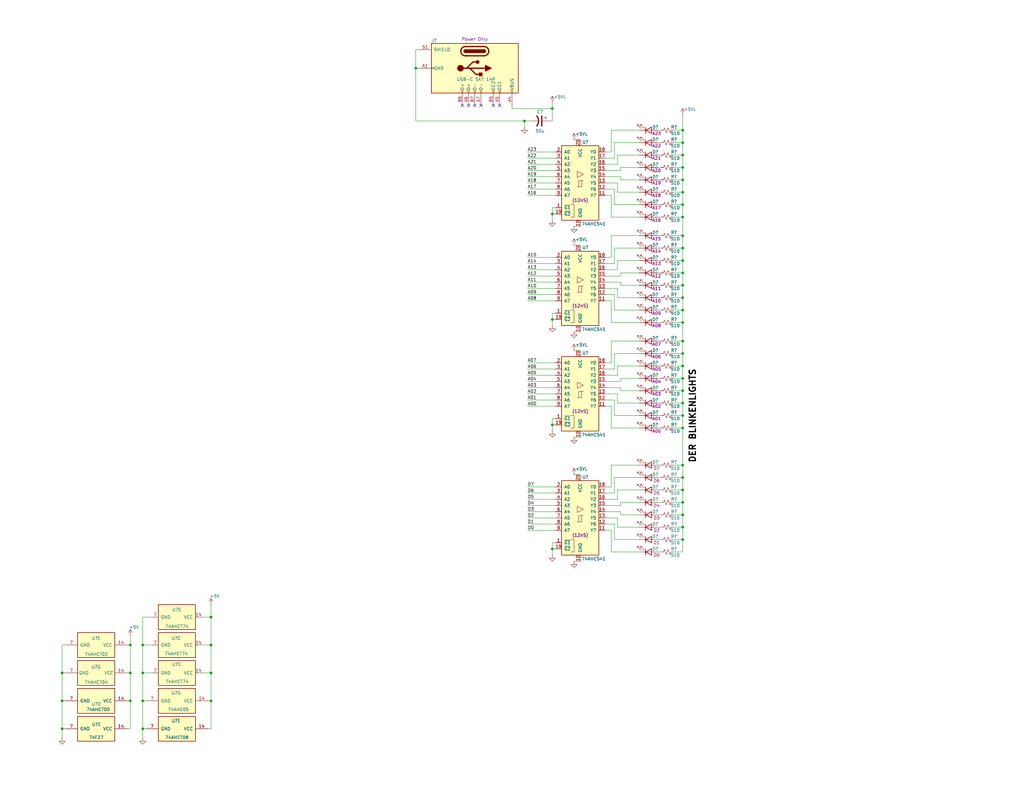
<source format=kicad_sch>
(kicad_sch (version 20250114) (generator "eeschema") (generator_version "9.0")
  (paper "User" 419.1 323.85)
  (title_block (title "Z80 Debug - Der Blinkenlights & Pwr") (date "2025-10-18") (rev "PR-1.4") (company "SilkyDESIGN") (comment 1 "Copyright 2025 AESilky") (comment 4 "ADDR & DATA LEDS OPTIONAL (Power via USB-C)"))
  (lib_symbols
    (symbol "74xx:74LS00" (pin_names (offset 1.016))
      (property "Reference" "U" (at 0 1.27 0))
      (property "Value" "74LS00" (at 0 -1.27 0))
      (symbol "74LS00_1_1"
        (pin input line (at -7.62 2.54 0) (length 3.81) (name "~") (number "1"))
        (pin input line (at -7.62 -2.54 0) (length 3.81) (name "~") (number "2"))
        (pin output inverted (at 7.62 0 180) (length 3.81) (name "~") (number "3"))
      )
      (symbol "74LS00_1_2"
        (pin input inverted (at -7.62 2.54 0) (length 4.318) (name "~") (number "1"))
        (pin input inverted (at -7.62 -2.54 0) (length 4.318) (name "~") (number "2"))
        (pin output line (at 7.62 0 180) (length 3.81) (name "~") (number "3"))
      )
      (symbol "74LS00_2_1"
        (pin input line (at -7.62 2.54 0) (length 3.81) (name "~") (number "4"))
        (pin input line (at -7.62 -2.54 0) (length 3.81) (name "~") (number "5"))
        (pin output inverted (at 7.62 0 180) (length 3.81) (name "~") (number "6"))
      )
      (symbol "74LS00_2_2"
        (pin input inverted (at -7.62 2.54 0) (length 4.318) (name "~") (number "4"))
        (pin input inverted (at -7.62 -2.54 0) (length 4.318) (name "~") (number "5"))
        (pin output line (at 7.62 0 180) (length 3.81) (name "~") (number "6"))
      )
      (symbol "74LS00_3_1"
        (pin input line (at -7.62 2.54 0) (length 3.81) (name "~") (number "9"))
        (pin input line (at -7.62 -2.54 0) (length 3.81) (name "~") (number "10"))
        (pin output inverted (at 7.62 0 180) (length 3.81) (name "~") (number "8"))
      )
      (symbol "74LS00_3_2"
        (pin input inverted (at -7.62 2.54 0) (length 4.318) (name "~") (number "9"))
        (pin input inverted (at -7.62 -2.54 0) (length 4.318) (name "~") (number "10"))
        (pin output line (at 7.62 0 180) (length 3.81) (name "~") (number "8"))
      )
      (symbol "74LS00_4_1"
        (pin input line (at -7.62 2.54 0) (length 3.81) (name "~") (number "12"))
        (pin input line (at -7.62 -2.54 0) (length 3.81) (name "~") (number "13"))
        (pin output inverted (at 7.62 0 180) (length 3.81) (name "~") (number "11"))
      )
      (symbol "74LS00_4_2"
        (pin input inverted (at -7.62 2.54 0) (length 4.318) (name "~") (number "12"))
        (pin input inverted (at -7.62 -2.54 0) (length 4.318) (name "~") (number "13"))
        (pin output line (at 7.62 0 180) (length 3.81) (name "~") (number "11"))
      )
      (symbol "74LS00_5_0"
        (pin power_in line (at 0 12.7 270) (length 5.08) (name "VCC") (number "14"))
        (pin power_in line (at 0 -12.7 90) (length 5.08) (name "GND") (number "7"))
      )
    )
    (symbol "74xx:74LS02" (pin_names (offset 1.016))
      (property "Reference" "U" (at 0 1.27 0))
      (property "Value" "74LS02" (at 0 -1.27 0))
      (symbol "74LS02_1_1"
        (pin input line (at -7.62 2.54 0) (length 4.318) (name "~") (number "2"))
        (pin input line (at -7.62 -2.54 0) (length 4.318) (name "~") (number "3"))
        (pin output inverted (at 7.62 0 180) (length 3.81) (name "~") (number "1"))
      )
      (symbol "74LS02_1_2"
        (pin input inverted (at -7.62 2.54 0) (length 3.81) (name "~") (number "2"))
        (pin input inverted (at -7.62 -2.54 0) (length 3.81) (name "~") (number "3"))
        (pin output line (at 7.62 0 180) (length 3.81) (name "~") (number "1"))
      )
      (symbol "74LS02_2_1"
        (pin input line (at -7.62 2.54 0) (length 4.318) (name "~") (number "5"))
        (pin input line (at -7.62 -2.54 0) (length 4.318) (name "~") (number "6"))
        (pin output inverted (at 7.62 0 180) (length 3.81) (name "~") (number "4"))
      )
      (symbol "74LS02_2_2"
        (pin input inverted (at -7.62 2.54 0) (length 3.81) (name "~") (number "5"))
        (pin input inverted (at -7.62 -2.54 0) (length 3.81) (name "~") (number "6"))
        (pin output line (at 7.62 0 180) (length 3.81) (name "~") (number "4"))
      )
      (symbol "74LS02_3_1"
        (pin input line (at -7.62 2.54 0) (length 4.318) (name "~") (number "8"))
        (pin input line (at -7.62 -2.54 0) (length 4.318) (name "~") (number "9"))
        (pin output inverted (at 7.62 0 180) (length 3.81) (name "~") (number "10"))
      )
      (symbol "74LS02_3_2"
        (pin input inverted (at -7.62 2.54 0) (length 3.81) (name "~") (number "8"))
        (pin input inverted (at -7.62 -2.54 0) (length 3.81) (name "~") (number "9"))
        (pin output line (at 7.62 0 180) (length 3.81) (name "~") (number "10"))
      )
      (symbol "74LS02_4_1"
        (pin input line (at -7.62 2.54 0) (length 4.318) (name "~") (number "11"))
        (pin input line (at -7.62 -2.54 0) (length 4.318) (name "~") (number "12"))
        (pin output inverted (at 7.62 0 180) (length 3.81) (name "~") (number "13"))
      )
      (symbol "74LS02_4_2"
        (pin input inverted (at -7.62 2.54 0) (length 3.81) (name "~") (number "11"))
        (pin input inverted (at -7.62 -2.54 0) (length 3.81) (name "~") (number "12"))
        (pin output line (at 7.62 0 180) (length 3.81) (name "~") (number "13"))
      )
      (symbol "74LS02_5_0"
        (pin power_in line (at 0 12.7 270) (length 5.08) (name "VCC") (number "14"))
        (pin power_in line (at 0 -12.7 90) (length 5.08) (name "GND") (number "7"))
      )
    )
    (symbol "74xx:74LS08" (pin_names (offset 1.016))
      (property "Reference" "U" (at 0 1.27 0))
      (property "Value" "74LS08" (at 0 -1.27 0))
      (symbol "74LS08_1_1"
        (pin input line (at -7.62 2.54 0) (length 3.81) (name "~") (number "1"))
        (pin input line (at -7.62 -2.54 0) (length 3.81) (name "~") (number "2"))
        (pin output line (at 7.62 0 180) (length 3.81) (name "~") (number "3"))
      )
      (symbol "74LS08_1_2"
        (pin input inverted (at -7.62 2.54 0) (length 4.318) (name "~") (number "1"))
        (pin input inverted (at -7.62 -2.54 0) (length 4.318) (name "~") (number "2"))
        (pin output inverted (at 7.62 0 180) (length 3.81) (name "~") (number "3"))
      )
      (symbol "74LS08_2_1"
        (pin input line (at -7.62 2.54 0) (length 3.81) (name "~") (number "4"))
        (pin input line (at -7.62 -2.54 0) (length 3.81) (name "~") (number "5"))
        (pin output line (at 7.62 0 180) (length 3.81) (name "~") (number "6"))
      )
      (symbol "74LS08_2_2"
        (pin input inverted (at -7.62 2.54 0) (length 4.318) (name "~") (number "4"))
        (pin input inverted (at -7.62 -2.54 0) (length 4.318) (name "~") (number "5"))
        (pin output inverted (at 7.62 0 180) (length 3.81) (name "~") (number "6"))
      )
      (symbol "74LS08_3_1"
        (pin input line (at -7.62 2.54 0) (length 3.81) (name "~") (number "9"))
        (pin input line (at -7.62 -2.54 0) (length 3.81) (name "~") (number "10"))
        (pin output line (at 7.62 0 180) (length 3.81) (name "~") (number "8"))
      )
      (symbol "74LS08_3_2"
        (pin input inverted (at -7.62 2.54 0) (length 4.318) (name "~") (number "9"))
        (pin input inverted (at -7.62 -2.54 0) (length 4.318) (name "~") (number "10"))
        (pin output inverted (at 7.62 0 180) (length 3.81) (name "~") (number "8"))
      )
      (symbol "74LS08_4_1"
        (pin input line (at -7.62 2.54 0) (length 3.81) (name "~") (number "12"))
        (pin input line (at -7.62 -2.54 0) (length 3.81) (name "~") (number "13"))
        (pin output line (at 7.62 0 180) (length 3.81) (name "~") (number "11"))
      )
      (symbol "74LS08_4_2"
        (pin input inverted (at -7.62 2.54 0) (length 4.318) (name "~") (number "12"))
        (pin input inverted (at -7.62 -2.54 0) (length 4.318) (name "~") (number "13"))
        (pin output inverted (at 7.62 0 180) (length 3.81) (name "~") (number "11"))
      )
      (symbol "74LS08_5_0"
        (pin power_in line (at 0 12.7 270) (length 5.08) (name "VCC") (number "14"))
        (pin power_in line (at 0 -12.7 90) (length 5.08) (name "GND") (number "7"))
      )
    )
    (symbol "74xx:74LS27" (pin_names (offset 1.016))
      (property "Reference" "U" (at 0 1.27 0))
      (property "Value" "74LS27" (at 0 -1.27 0))
      (symbol "74LS27_1_1"
        (pin input line (at -7.62 2.54 0) (length 4.318) (name "~") (number "1"))
        (pin input line (at -7.62 0 0) (length 4.953) (name "~") (number "2"))
        (pin input line (at -7.62 -2.54 0) (length 4.318) (name "~") (number "13"))
        (pin output inverted (at 7.62 0 180) (length 3.81) (name "~") (number "12"))
      )
      (symbol "74LS27_1_2"
        (pin input inverted (at -7.62 2.54 0) (length 3.81) (name "~") (number "1"))
        (pin input inverted (at -7.62 0 0) (length 3.81) (name "~") (number "2"))
        (pin input inverted (at -7.62 -2.54 0) (length 3.81) (name "~") (number "13"))
        (pin output line (at 7.62 0 180) (length 3.81) (name "~") (number "12"))
      )
      (symbol "74LS27_2_1"
        (pin input line (at -7.62 2.54 0) (length 4.318) (name "~") (number "3"))
        (pin input line (at -7.62 0 0) (length 4.953) (name "~") (number "4"))
        (pin input line (at -7.62 -2.54 0) (length 4.318) (name "~") (number "5"))
        (pin output inverted (at 7.62 0 180) (length 3.81) (name "~") (number "6"))
      )
      (symbol "74LS27_2_2"
        (pin input inverted (at -7.62 2.54 0) (length 3.81) (name "~") (number "3"))
        (pin input inverted (at -7.62 0 0) (length 3.81) (name "~") (number "4"))
        (pin input inverted (at -7.62 -2.54 0) (length 3.81) (name "~") (number "5"))
        (pin output line (at 7.62 0 180) (length 3.81) (name "~") (number "6"))
      )
      (symbol "74LS27_3_1"
        (pin input line (at -7.62 2.54 0) (length 4.318) (name "~") (number "9"))
        (pin input line (at -7.62 0 0) (length 4.953) (name "~") (number "10"))
        (pin input line (at -7.62 -2.54 0) (length 4.318) (name "~") (number "11"))
        (pin output inverted (at 7.62 0 180) (length 3.81) (name "~") (number "8"))
      )
      (symbol "74LS27_3_2"
        (pin input inverted (at -7.62 2.54 0) (length 3.81) (name "~") (number "9"))
        (pin input inverted (at -7.62 0 0) (length 3.81) (name "~") (number "10"))
        (pin input inverted (at -7.62 -2.54 0) (length 3.81) (name "~") (number "11"))
        (pin output line (at 7.62 0 180) (length 3.81) (name "~") (number "8"))
      )
      (symbol "74LS27_4_0"
        (pin power_in line (at 0 12.7 270) (length 5.08) (name "VCC") (number "14"))
        (pin power_in line (at 0 -12.7 90) (length 5.08) (name "GND") (number "7"))
      )
    )
    (symbol "74xx:74LS74" (pin_names (offset 1.016))
      (property "Reference" "U" (at -7.62 8.89 0))
      (property "Value" "74LS74" (at -7.62 -8.89 0))
      (symbol "74LS74_1_0"
        (pin input line (at -7.62 2.54 0) (length 2.54) (name "D") (number "2"))
        (pin input clock (at -7.62 0 0) (length 2.54) (name "C") (number "3"))
        (pin input line (at 0 7.62 270) (length 2.54) (name "~{S}") (number "4"))
        (pin input line (at 0 -7.62 90) (length 2.54) (name "~{R}") (number "1"))
        (pin output line (at 7.62 2.54 180) (length 2.54) (name "Q") (number "5"))
        (pin output line (at 7.62 -2.54 180) (length 2.54) (name "~{Q}") (number "6"))
      )
      (symbol "74LS74_2_0"
        (pin input line (at -7.62 2.54 0) (length 2.54) (name "D") (number "12"))
        (pin input clock (at -7.62 0 0) (length 2.54) (name "C") (number "11"))
        (pin input line (at 0 7.62 270) (length 2.54) (name "~{S}") (number "10"))
        (pin input line (at 0 -7.62 90) (length 2.54) (name "~{R}") (number "13"))
        (pin output line (at 7.62 2.54 180) (length 2.54) (name "Q") (number "9"))
        (pin output line (at 7.62 -2.54 180) (length 2.54) (name "~{Q}") (number "8"))
      )
      (symbol "74LS74_3_0"
        (pin power_in line (at 0 10.16 270) (length 2.54) (name "VCC") (number "14"))
        (pin power_in line (at 0 -10.16 90) (length 2.54) (name "GND") (number "7"))
      )
    )
    (symbol "AES_Library:7404-AES"
      (property "Reference" "U" (at -2.286 -0.254 0))
      (property "Value" "7404" (at -1.016 -3.302 0))
      (symbol "7404-AES_1_1"
        (pin input line (at -6.35 0 0) (length 2.54) (name "~") (number "1"))
        (pin output inverted (at 6.35 0 180) (length 2.54) (name "~") (number "2"))
      )
      (symbol "7404-AES_1_2"
        (pin input inverted (at -6.35 0 0) (length 2.54) (name "~") (number "1"))
        (pin output line (at 6.35 0 180) (length 2.54) (name "~") (number "2"))
      )
      (symbol "7404-AES_2_1"
        (pin input line (at -6.35 0 0) (length 2.54) (name "~") (number "3"))
        (pin output inverted (at 6.35 0 180) (length 2.54) (name "~") (number "4"))
      )
      (symbol "7404-AES_2_2"
        (pin input inverted (at -6.35 0 0) (length 2.54) (name "~") (number "3"))
        (pin output line (at 6.35 0 180) (length 2.54) (name "~") (number "4"))
      )
      (symbol "7404-AES_3_1"
        (pin input line (at -6.35 0 0) (length 2.54) (name "~") (number "5"))
        (pin output inverted (at 6.35 0 180) (length 2.54) (name "~") (number "6"))
      )
      (symbol "7404-AES_3_2"
        (pin input inverted (at -6.35 0 0) (length 2.54) (name "~") (number "5"))
        (pin output line (at 6.35 0 180) (length 2.54) (name "~") (number "6"))
      )
      (symbol "7404-AES_4_1"
        (pin input line (at -6.35 0 0) (length 2.54) (name "~") (number "9"))
        (pin output inverted (at 6.35 0 180) (length 2.54) (name "~") (number "8"))
      )
      (symbol "7404-AES_4_2"
        (pin input inverted (at -6.35 0 0) (length 2.54) (name "~") (number "9"))
        (pin output line (at 6.35 0 180) (length 2.54) (name "~") (number "8"))
      )
      (symbol "7404-AES_5_1"
        (pin input line (at -6.35 0 0) (length 2.54) (name "~") (number "11"))
        (pin output inverted (at 6.35 0 180) (length 2.54) (name "~") (number "10"))
      )
      (symbol "7404-AES_5_2"
        (pin input inverted (at -6.35 0 0) (length 2.54) (name "~") (number "11"))
        (pin output line (at 6.35 0 180) (length 2.54) (name "~") (number "10"))
      )
      (symbol "7404-AES_6_1"
        (pin input line (at -6.35 0 0) (length 2.54) (name "~") (number "13"))
        (pin output inverted (at 6.35 0 180) (length 2.54) (name "~") (number "12"))
      )
      (symbol "7404-AES_6_2"
        (pin input inverted (at -6.35 0 0) (length 2.54) (name "~") (number "13"))
        (pin output line (at 6.35 0 180) (length 2.54) (name "~") (number "12"))
      )
      (symbol "7404-AES_7_0"
        (pin power_in line (at 0 12.7 270) (length 5.08) (name "VCC") (number "14"))
        (pin power_in line (at 0 -12.7 90) (length 5.08) (name "GND") (number "7"))
      )
    )
    (symbol "AES_Library:7405-AES" (pin_names (offset 1.016))
      (property "Reference" "U" (at -0.762 0 0))
      (property "Value" "7405" (at 1.27 -3.556 0))
      (symbol "7405-AES_1_0"
        (pin input line (at -7.62 0 0) (length 3.81) (name "~") (number "1"))
        (pin open_collector inverted (at 7.62 0 180) (length 3.81) (name "~") (number "2"))
      )
      (symbol "7405-AES_2_0"
        (pin input line (at -7.62 0 0) (length 3.81) (name "~") (number "3"))
        (pin open_collector inverted (at 7.62 0 180) (length 3.81) (name "~") (number "4"))
      )
      (symbol "7405-AES_3_0"
        (pin input line (at -7.62 0 0) (length 3.81) (name "~") (number "5"))
        (pin open_collector inverted (at 7.62 0 180) (length 3.81) (name "~") (number "6"))
      )
      (symbol "7405-AES_4_0"
        (pin input line (at -7.62 0 0) (length 3.81) (name "~") (number "9"))
        (pin open_collector inverted (at 7.62 0 180) (length 3.81) (name "~") (number "8"))
      )
      (symbol "7405-AES_5_0"
        (pin input line (at -7.62 0 0) (length 3.81) (name "~") (number "11"))
        (pin open_collector inverted (at 7.62 0 180) (length 3.81) (name "~") (number "10"))
      )
      (symbol "7405-AES_6_0"
        (pin input line (at -7.62 0 0) (length 3.81) (name "~") (number "13"))
        (pin open_collector inverted (at 7.62 0 180) (length 3.81) (name "~") (number "12"))
      )
      (symbol "7405-AES_7_0"
        (pin power_in line (at 0 12.7 270) (length 5.08) (name "VCC") (number "14"))
        (pin power_in line (at 0 -12.7 90) (length 5.08) (name "GND") (number "7"))
      )
    )
    (symbol "AES_Library:74AHC541-AES" (pin_names (offset 1.016))
      (property "Reference" "U" (at 1.016 16.51 0))
      (property "Value" "74AHC541-AES" (at 0.762 -16.51 0))
      (symbol "74AHC541-AES_1_0"
        (pin input line (at -10.16 12.7 0) (length 2.54) (name "A0") (number "2"))
        (pin input line (at -10.16 10.16 0) (length 2.54) (name "A1") (number "3"))
        (pin input line (at -10.16 7.62 0) (length 2.54) (name "A2") (number "4"))
        (pin input line (at -10.16 5.08 0) (length 2.54) (name "A3") (number "5"))
        (pin input line (at -10.16 2.54 0) (length 2.54) (name "A4") (number "6"))
        (pin input line (at -10.16 0 0) (length 2.54) (name "A5") (number "7"))
        (pin input line (at -10.16 -2.54 0) (length 2.54) (name "A6") (number "8"))
        (pin input line (at -10.16 -5.08 0) (length 2.54) (name "A7") (number "9"))
        (pin input line (at -10.16 -10.16 0) (length 2.54) (name "~{G1}") (number "1"))
        (pin input line (at -10.16 -12.7 0) (length 2.54) (name "~{G2}") (number "19"))
        (pin power_in line (at 0 17.78 270) (length 2.54) (name "VCC") (number "20"))
        (pin power_in line (at 0 -17.78 90) (length 2.54) (name "GND") (number "10"))
        (pin tri_state line (at 10.16 12.7 180) (length 2.54) (name "Y0") (number "18"))
        (pin tri_state line (at 10.16 10.16 180) (length 2.54) (name "Y1") (number "17"))
        (pin tri_state line (at 10.16 7.62 180) (length 2.54) (name "Y2") (number "16"))
        (pin tri_state line (at 10.16 5.08 180) (length 2.54) (name "Y3") (number "15"))
        (pin tri_state line (at 10.16 2.54 180) (length 2.54) (name "Y4") (number "14"))
        (pin tri_state line (at 10.16 0 180) (length 2.54) (name "Y5") (number "13"))
        (pin tri_state line (at 10.16 -2.54 180) (length 2.54) (name "Y6") (number "12"))
        (pin tri_state line (at 10.16 -5.08 180) (length 2.54) (name "Y7") (number "11"))
      )
    )
    (symbol "Connector:USB_C_Receptacle_USB2.0_14P" (pin_names (offset 1.016))
      (property "Reference" "J" (at 0 22.225 0))
      (property "Value" "USB_C_Receptacle_USB2.0_14P" (at 0 19.685 0))
      (symbol "USB_C_Receptacle_USB2.0_14P_1_1"
        (pin passive line (at -7.62 -22.86 90) (length 5.08) (name "SHIELD") (number "S1"))
        (pin passive line (at 0 -22.86 90) (length 5.08) (name "GND") (number "A1"))
        (pin passive line (at 0 -22.86 90) (length 5.08) (hide yes) (name "GND") (number "A12"))
        (pin passive line (at 0 -22.86 90) (length 5.08) (hide yes) (name "GND") (number "B1"))
        (pin passive line (at 0 -22.86 90) (length 5.08) (hide yes) (name "GND") (number "B12"))
        (pin passive line (at 15.24 15.24 180) (length 5.08) (name "VBUS") (number "A4"))
        (pin passive line (at 15.24 15.24 180) (length 5.08) (hide yes) (name "VBUS") (number "A9"))
        (pin passive line (at 15.24 15.24 180) (length 5.08) (hide yes) (name "VBUS") (number "B4"))
        (pin passive line (at 15.24 15.24 180) (length 5.08) (hide yes) (name "VBUS") (number "B9"))
        (pin bidirectional line (at 15.24 10.16 180) (length 5.08) (name "CC1") (number "A5"))
        (pin bidirectional line (at 15.24 7.62 180) (length 5.08) (name "CC2") (number "B5"))
        (pin bidirectional line (at 15.24 2.54 180) (length 5.08) (name "D-") (number "A7"))
        (pin bidirectional line (at 15.24 0 180) (length 5.08) (name "D-") (number "B7"))
        (pin bidirectional line (at 15.24 -2.54 180) (length 5.08) (name "D+") (number "A6"))
        (pin bidirectional line (at 15.24 -5.08 180) (length 5.08) (name "D+") (number "B6"))
      )
    )
    (symbol "Device:C_Polarized_US" (pin_numbers (hide yes)) (pin_names (offset 0.254) (hide yes))
      (property "Reference" "C" (at 0.635 2.54 0))
      (property "Value" "C_Polarized_US" (at 0.635 -2.54 0))
      (symbol "C_Polarized_US_1_1"
        (pin passive line (at 0 3.81 270) (length 2.794) (name "~") (number "1"))
        (pin passive line (at 0 -3.81 90) (length 3.302) (name "~") (number "2"))
      )
    )
    (symbol "Device:LED" (pin_numbers (hide yes)) (pin_names (offset 1.016) (hide yes))
      (property "Reference" "D" (at 0 2.54 0))
      (property "Value" "LED" (at 0 -2.54 0))
      (symbol "LED_1_1"
        (pin passive line (at -3.81 0 0) (length 2.54) (name "K") (number "1"))
        (pin passive line (at 3.81 0 180) (length 2.54) (name "A") (number "2"))
      )
    )
    (symbol "Device:R_Small_US" (pin_numbers (hide yes)) (pin_names (offset 0.254) (hide yes))
      (property "Reference" "R" (at 0.762 0.508 0))
      (property "Value" "R_Small_US" (at 0.762 -1.016 0))
      (symbol "R_Small_US_1_1"
        (pin passive line (at 0 2.54 270) (length 1.016) (name "~") (number "1"))
        (pin passive line (at 0 -2.54 90) (length 1.016) (name "~") (number "2"))
      )
    )
    (symbol "power:+5V" (power) (pin_numbers (hide yes)) (pin_names (offset 0) (hide yes))
      (property "Value" "+5V" (at 0 3.556 0))
      (symbol "+5V_1_1"
        (pin power_in line (at 0 0 90) (length 0) (name "~") (number "1"))
      )
    )
    (symbol "power:+5VL" (power) (pin_numbers (hide yes)) (pin_names (offset 0) (hide yes))
      (property "Value" "+5VL" (at 0 3.556 0))
      (symbol "+5VL_1_1"
        (pin power_in line (at 0 0 90) (length 0) (name "~") (number "1"))
      )
    )
    (symbol "power:GND" (power) (pin_numbers (hide yes)) (pin_names (offset 0) (hide yes))
      (property "Value" "GND" (at 0 -3.81 0))
      (symbol "GND_1_1"
        (pin power_in line (at 0 0 270) (length 0) (name "~") (number "1"))
      )
    )
  )
  (text "DER BLINKENLIGHTS" (at 283.464 170.434 90) (effects (font (size 2.54 2.54) (thickness 0.508) (bold yes))))
  (junction (at 279.4 215.9))
  (junction (at 279.4 190.5))
  (junction (at 279.4 106.68))
  (junction (at 226.06 130.81))
  (junction (at 279.4 96.52))
  (junction (at 279.4 127))
  (junction (at 279.4 116.84))
  (junction (at 279.4 58.42))
  (junction (at 279.4 165.1))
  (junction (at 86.36 264.16))
  (junction (at 86.36 275.59))
  (junction (at 279.4 154.94))
  (junction (at 226.06 224.79))
  (junction (at 279.4 195.58))
  (junction (at 170.18 27.94))
  (junction (at 279.4 220.98))
  (junction (at 86.36 287.02))
  (junction (at 279.4 210.82))
  (junction (at 226.06 44.45))
  (junction (at 279.4 101.6))
  (junction (at 279.4 149.86))
  (junction (at 279.4 200.66))
  (junction (at 279.4 144.78))
  (junction (at 279.4 63.5))
  (junction (at 53.34 275.59))
  (junction (at 58.42 264.16))
  (junction (at 279.4 205.74))
  (junction (at 279.4 88.9))
  (junction (at 279.4 139.7))
  (junction (at 53.34 287.02))
  (junction (at 214.63 49.53))
  (junction (at 25.4 298.45))
  (junction (at 226.06 87.63))
  (junction (at 25.4 275.59))
  (junction (at 25.4 287.02))
  (junction (at 279.4 73.66))
  (junction (at 86.36 252.73))
  (junction (at 279.4 175.26))
  (junction (at 226.06 173.99))
  (junction (at 279.4 160.02))
  (junction (at 279.4 132.08))
  (junction (at 58.42 275.59))
  (junction (at 279.4 111.76))
  (junction (at 58.42 298.45))
  (junction (at 53.34 264.16))
  (junction (at 279.4 170.18))
  (junction (at 279.4 83.82))
  (junction (at 58.42 287.02))
  (junction (at 279.4 68.58))
  (junction (at 279.4 78.74))
  (junction (at 279.4 53.34))
  (junction (at 279.4 121.92))
  (no_connect (at 191.77 43.18))
  (no_connect (at 194.31 43.18))
  (no_connect (at 189.23 43.18))
  (no_connect (at 201.93 43.18))
  (no_connect (at 204.47 43.18))
  (no_connect (at 196.85 43.18))
  (wire (pts (xy 251.46 195.58) (xy 261.62 195.58)))
  (wire (pts (xy 269.24 144.78) (xy 270.51 144.78)))
  (wire (pts (xy 269.24 175.26) (xy 270.51 175.26)))
  (wire (pts (xy 250.19 217.17) (xy 250.19 226.06)))
  (wire (pts (xy 269.24 190.5) (xy 270.51 190.5)))
  (wire (pts (xy 251.46 170.18) (xy 261.62 170.18)))
  (wire (pts (xy 279.4 195.58) (xy 279.4 200.66)))
  (wire (pts (xy 86.36 252.73) (xy 86.36 264.16)))
  (wire (pts (xy 226.06 171.45) (xy 226.06 173.99)))
  (wire (pts (xy 269.24 149.86) (xy 270.51 149.86)))
  (wire (pts (xy 247.65 67.31) (xy 252.73 67.31)))
  (wire (pts (xy 275.59 73.66) (xy 279.4 73.66)))
  (wire (pts (xy 254 111.76) (xy 261.62 111.76)))
  (wire (pts (xy 247.65 199.39) (xy 250.19 199.39)))
  (wire (pts (xy 250.19 62.23) (xy 250.19 53.34)))
  (wire (pts (xy 254 158.75) (xy 254 160.02)))
  (wire (pts (xy 251.46 77.47) (xy 251.46 83.82)))
  (wire (pts (xy 171.45 20.32) (xy 170.18 20.32)))
  (wire (pts (xy 247.65 120.65) (xy 251.46 120.65)))
  (wire (pts (xy 254 156.21) (xy 254 154.94)))
  (wire (pts (xy 275.59 101.6) (xy 279.4 101.6)))
  (wire (pts (xy 254 209.55) (xy 254 210.82)))
  (wire (pts (xy 226.06 173.99) (xy 227.33 173.99)))
  (wire (pts (xy 247.65 212.09) (xy 252.73 212.09)))
  (wire (pts (xy 215.9 163.83) (xy 227.33 163.83)))
  (wire (pts (xy 247.65 158.75) (xy 254 158.75)))
  (wire (pts (xy 275.59 175.26) (xy 279.4 175.26)))
  (wire (pts (xy 86.36 247.65) (xy 86.36 252.73)))
  (wire (pts (xy 251.46 83.82) (xy 261.62 83.82)))
  (wire (pts (xy 254 160.02) (xy 261.62 160.02)))
  (wire (pts (xy 252.73 106.68) (xy 261.62 106.68)))
  (wire (pts (xy 215.9 69.85) (xy 227.33 69.85)))
  (wire (pts (xy 247.65 77.47) (xy 251.46 77.47)))
  (wire (pts (xy 279.4 127) (xy 279.4 132.08)))
  (wire (pts (xy 215.9 77.47) (xy 227.33 77.47)))
  (wire (pts (xy 269.24 165.1) (xy 270.51 165.1)))
  (wire (pts (xy 252.73 204.47) (xy 252.73 200.66)))
  (wire (pts (xy 250.19 88.9) (xy 261.62 88.9)))
  (wire (pts (xy 275.59 139.7) (xy 279.4 139.7)))
  (wire (pts (xy 52.07 275.59) (xy 53.34 275.59)))
  (wire (pts (xy 215.9 67.31) (xy 227.33 67.31)))
  (wire (pts (xy 279.4 83.82) (xy 279.4 88.9)))
  (wire (pts (xy 275.59 215.9) (xy 279.4 215.9)))
  (wire (pts (xy 279.4 210.82) (xy 279.4 215.9)))
  (wire (pts (xy 58.42 298.45) (xy 59.69 298.45)))
  (wire (pts (xy 279.4 170.18) (xy 279.4 175.26)))
  (wire (pts (xy 279.4 111.76) (xy 279.4 116.84)))
  (wire (pts (xy 250.19 80.01) (xy 250.19 88.9)))
  (wire (pts (xy 250.19 166.37) (xy 250.19 175.26)))
  (wire (pts (xy 209.55 43.18) (xy 209.55 44.45)))
  (wire (pts (xy 215.9 151.13) (xy 227.33 151.13)))
  (wire (pts (xy 269.24 215.9) (xy 270.51 215.9)))
  (wire (pts (xy 247.65 115.57) (xy 254 115.57)))
  (wire (pts (xy 58.42 264.16) (xy 58.42 275.59)))
  (wire (pts (xy 214.63 49.53) (xy 217.17 49.53)))
  (wire (pts (xy 275.59 96.52) (xy 279.4 96.52)))
  (wire (pts (xy 226.06 224.79) (xy 226.06 227.33)))
  (wire (pts (xy 251.46 214.63) (xy 251.46 220.98)))
  (wire (pts (xy 279.4 200.66) (xy 279.4 205.74)))
  (wire (pts (xy 251.46 101.6) (xy 261.62 101.6)))
  (wire (pts (xy 224.79 49.53) (xy 226.06 49.53)))
  (wire (pts (xy 269.24 226.06) (xy 270.51 226.06)))
  (wire (pts (xy 247.65 156.21) (xy 254 156.21)))
  (wire (pts (xy 252.73 212.09) (xy 252.73 215.9)))
  (wire (pts (xy 254 113.03) (xy 254 111.76)))
  (wire (pts (xy 279.4 139.7) (xy 279.4 144.78)))
  (wire (pts (xy 275.59 83.82) (xy 279.4 83.82)))
  (wire (pts (xy 251.46 201.93) (xy 251.46 195.58)))
  (wire (pts (xy 250.19 96.52) (xy 261.62 96.52)))
  (wire (pts (xy 275.59 170.18) (xy 279.4 170.18)))
  (wire (pts (xy 275.59 116.84) (xy 279.4 116.84)))
  (wire (pts (xy 215.9 161.29) (xy 227.33 161.29)))
  (wire (pts (xy 279.4 121.92) (xy 279.4 127)))
  (wire (pts (xy 252.73 153.67) (xy 252.73 149.86)))
  (wire (pts (xy 269.24 139.7) (xy 270.51 139.7)))
  (wire (pts (xy 62.23 275.59) (xy 58.42 275.59)))
  (wire (pts (xy 62.23 252.73) (xy 58.42 252.73)))
  (wire (pts (xy 226.06 87.63) (xy 227.33 87.63)))
  (wire (pts (xy 275.59 160.02) (xy 279.4 160.02)))
  (wire (pts (xy 25.4 275.59) (xy 25.4 287.02)))
  (wire (pts (xy 227.33 222.25) (xy 226.06 222.25)))
  (wire (pts (xy 254 68.58) (xy 261.62 68.58)))
  (wire (pts (xy 269.24 116.84) (xy 270.51 116.84)))
  (wire (pts (xy 215.9 153.67) (xy 227.33 153.67)))
  (wire (pts (xy 275.59 53.34) (xy 279.4 53.34)))
  (wire (pts (xy 82.55 275.59) (xy 86.36 275.59)))
  (wire (pts (xy 53.34 275.59) (xy 53.34 287.02)))
  (wire (pts (xy 226.06 130.81) (xy 227.33 130.81)))
  (wire (pts (xy 234.95 179.07) (xy 237.49 179.07)))
  (wire (pts (xy 58.42 264.16) (xy 62.23 264.16)))
  (wire (pts (xy 215.9 64.77) (xy 227.33 64.77)))
  (wire (pts (xy 234.95 92.71) (xy 237.49 92.71)))
  (wire (pts (xy 215.9 207.01) (xy 227.33 207.01)))
  (wire (pts (xy 275.59 144.78) (xy 279.4 144.78)))
  (wire (pts (xy 254 116.84) (xy 261.62 116.84)))
  (wire (pts (xy 215.9 217.17) (xy 227.33 217.17)))
  (wire (pts (xy 275.59 111.76) (xy 279.4 111.76)))
  (wire (pts (xy 170.18 20.32) (xy 170.18 27.94)))
  (wire (pts (xy 215.9 158.75) (xy 227.33 158.75)))
  (wire (pts (xy 252.73 118.11) (xy 252.73 121.92)))
  (wire (pts (xy 215.9 105.41) (xy 227.33 105.41)))
  (wire (pts (xy 247.65 204.47) (xy 252.73 204.47)))
  (wire (pts (xy 247.65 69.85) (xy 254 69.85)))
  (wire (pts (xy 25.4 287.02) (xy 26.67 287.02)))
  (wire (pts (xy 247.65 217.17) (xy 250.19 217.17)))
  (wire (pts (xy 279.4 154.94) (xy 279.4 160.02)))
  (wire (pts (xy 215.9 113.03) (xy 227.33 113.03)))
  (wire (pts (xy 85.09 298.45) (xy 86.36 298.45)))
  (wire (pts (xy 215.9 110.49) (xy 227.33 110.49)))
  (wire (pts (xy 234.95 57.15) (xy 237.49 57.15)))
  (wire (pts (xy 279.4 96.52) (xy 279.4 101.6)))
  (wire (pts (xy 227.33 85.09) (xy 226.06 85.09)))
  (wire (pts (xy 247.65 110.49) (xy 252.73 110.49)))
  (wire (pts (xy 269.24 210.82) (xy 270.51 210.82)))
  (wire (pts (xy 247.65 72.39) (xy 254 72.39)))
  (wire (pts (xy 58.42 252.73) (xy 58.42 264.16)))
  (wire (pts (xy 252.73 215.9) (xy 261.62 215.9)))
  (wire (pts (xy 215.9 204.47) (xy 227.33 204.47)))
  (wire (pts (xy 269.24 195.58) (xy 270.51 195.58)))
  (wire (pts (xy 215.9 107.95) (xy 227.33 107.95)))
  (wire (pts (xy 275.59 127) (xy 279.4 127)))
  (wire (pts (xy 25.4 264.16) (xy 25.4 275.59)))
  (wire (pts (xy 275.59 200.66) (xy 279.4 200.66)))
  (wire (pts (xy 269.24 127) (xy 270.51 127)))
  (wire (pts (xy 269.24 121.92) (xy 270.51 121.92)))
  (wire (pts (xy 251.46 144.78) (xy 261.62 144.78)))
  (wire (pts (xy 215.9 80.01) (xy 227.33 80.01)))
  (wire (pts (xy 215.9 123.19) (xy 227.33 123.19)))
  (wire (pts (xy 279.4 190.5) (xy 279.4 195.58)))
  (wire (pts (xy 279.4 73.66) (xy 279.4 78.74)))
  (wire (pts (xy 247.65 118.11) (xy 252.73 118.11)))
  (wire (pts (xy 251.46 151.13) (xy 251.46 144.78)))
  (wire (pts (xy 250.19 53.34) (xy 261.62 53.34)))
  (wire (pts (xy 269.24 160.02) (xy 270.51 160.02)))
  (wire (pts (xy 247.65 166.37) (xy 250.19 166.37)))
  (wire (pts (xy 215.9 115.57) (xy 227.33 115.57)))
  (wire (pts (xy 269.24 88.9) (xy 270.51 88.9)))
  (wire (pts (xy 252.73 63.5) (xy 261.62 63.5)))
  (wire (pts (xy 252.73 200.66) (xy 261.62 200.66)))
  (wire (pts (xy 214.63 49.53) (xy 214.63 52.07)))
  (wire (pts (xy 250.19 226.06) (xy 261.62 226.06)))
  (wire (pts (xy 250.19 123.19) (xy 250.19 132.08)))
  (wire (pts (xy 227.33 171.45) (xy 226.06 171.45)))
  (wire (pts (xy 53.34 260.35) (xy 53.34 264.16)))
  (wire (pts (xy 226.06 222.25) (xy 226.06 224.79)))
  (wire (pts (xy 25.4 287.02) (xy 25.4 298.45)))
  (wire (pts (xy 279.4 68.58) (xy 279.4 73.66)))
  (wire (pts (xy 275.59 121.92) (xy 279.4 121.92)))
  (wire (pts (xy 247.65 148.59) (xy 250.19 148.59)))
  (wire (pts (xy 234.95 100.33) (xy 237.49 100.33)))
  (wire (pts (xy 254 205.74) (xy 261.62 205.74)))
  (wire (pts (xy 215.9 72.39) (xy 227.33 72.39)))
  (wire (pts (xy 247.65 105.41) (xy 250.19 105.41)))
  (wire (pts (xy 269.24 205.74) (xy 270.51 205.74)))
  (wire (pts (xy 215.9 148.59) (xy 227.33 148.59)))
  (wire (pts (xy 53.34 287.02) (xy 53.34 298.45)))
  (wire (pts (xy 269.24 68.58) (xy 270.51 68.58)))
  (wire (pts (xy 275.59 78.74) (xy 279.4 78.74)))
  (wire (pts (xy 227.33 128.27) (xy 226.06 128.27)))
  (wire (pts (xy 269.24 220.98) (xy 270.51 220.98)))
  (wire (pts (xy 275.59 63.5) (xy 279.4 63.5)))
  (wire (pts (xy 170.18 49.53) (xy 214.63 49.53)))
  (wire (pts (xy 52.07 287.02) (xy 53.34 287.02)))
  (wire (pts (xy 269.24 78.74) (xy 270.51 78.74)))
  (wire (pts (xy 254 207.01) (xy 254 205.74)))
  (wire (pts (xy 226.06 87.63) (xy 226.06 90.17)))
  (wire (pts (xy 247.65 214.63) (xy 251.46 214.63)))
  (wire (pts (xy 226.06 130.81) (xy 226.06 133.35)))
  (wire (pts (xy 269.24 170.18) (xy 270.51 170.18)))
  (wire (pts (xy 269.24 111.76) (xy 270.51 111.76)))
  (wire (pts (xy 279.4 106.68) (xy 279.4 111.76)))
  (wire (pts (xy 25.4 298.45) (xy 26.67 298.45)))
  (wire (pts (xy 279.4 88.9) (xy 279.4 96.52)))
  (wire (pts (xy 226.06 85.09) (xy 226.06 87.63)))
  (wire (pts (xy 226.06 41.91) (xy 226.06 44.45)))
  (wire (pts (xy 250.19 139.7) (xy 261.62 139.7)))
  (wire (pts (xy 279.4 160.02) (xy 279.4 165.1)))
  (wire (pts (xy 275.59 88.9) (xy 279.4 88.9)))
  (wire (pts (xy 279.4 53.34) (xy 279.4 58.42)))
  (wire (pts (xy 251.46 220.98) (xy 261.62 220.98)))
  (wire (pts (xy 279.4 149.86) (xy 279.4 154.94)))
  (wire (pts (xy 279.4 175.26) (xy 279.4 190.5)))
  (wire (pts (xy 234.95 194.31) (xy 237.49 194.31)))
  (wire (pts (xy 86.36 264.16) (xy 86.36 275.59)))
  (wire (pts (xy 252.73 149.86) (xy 261.62 149.86)))
  (wire (pts (xy 247.65 107.95) (xy 251.46 107.95)))
  (wire (pts (xy 275.59 220.98) (xy 279.4 220.98)))
  (wire (pts (xy 247.65 62.23) (xy 250.19 62.23)))
  (wire (pts (xy 86.36 287.02) (xy 86.36 298.45)))
  (wire (pts (xy 275.59 205.74) (xy 279.4 205.74)))
  (wire (pts (xy 279.4 165.1) (xy 279.4 170.18)))
  (wire (pts (xy 275.59 210.82) (xy 279.4 210.82)))
  (wire (pts (xy 58.42 287.02) (xy 59.69 287.02)))
  (wire (pts (xy 279.4 63.5) (xy 279.4 68.58)))
  (wire (pts (xy 250.19 105.41) (xy 250.19 96.52)))
  (wire (pts (xy 275.59 106.68) (xy 279.4 106.68)))
  (wire (pts (xy 247.65 163.83) (xy 251.46 163.83)))
  (wire (pts (xy 215.9 74.93) (xy 227.33 74.93)))
  (wire (pts (xy 58.42 298.45) (xy 58.42 302.26)))
  (wire (pts (xy 234.95 229.87) (xy 237.49 229.87)))
  (wire (pts (xy 254 72.39) (xy 254 73.66)))
  (wire (pts (xy 251.46 127) (xy 261.62 127)))
  (wire (pts (xy 269.24 58.42) (xy 270.51 58.42)))
  (wire (pts (xy 247.65 207.01) (xy 254 207.01)))
  (wire (pts (xy 53.34 264.16) (xy 53.34 275.59)))
  (wire (pts (xy 269.24 53.34) (xy 270.51 53.34)))
  (wire (pts (xy 275.59 195.58) (xy 279.4 195.58)))
  (wire (pts (xy 250.19 199.39) (xy 250.19 190.5)))
  (wire (pts (xy 247.65 151.13) (xy 251.46 151.13)))
  (wire (pts (xy 252.73 78.74) (xy 261.62 78.74)))
  (wire (pts (xy 251.46 64.77) (xy 251.46 58.42)))
  (wire (pts (xy 269.24 132.08) (xy 270.51 132.08)))
  (wire (pts (xy 234.95 143.51) (xy 237.49 143.51)))
  (wire (pts (xy 215.9 156.21) (xy 227.33 156.21)))
  (wire (pts (xy 226.06 224.79) (xy 227.33 224.79)))
  (wire (pts (xy 275.59 154.94) (xy 279.4 154.94)))
  (wire (pts (xy 215.9 214.63) (xy 227.33 214.63)))
  (wire (pts (xy 226.06 173.99) (xy 226.06 176.53)))
  (wire (pts (xy 250.19 132.08) (xy 261.62 132.08)))
  (wire (pts (xy 26.67 264.16) (xy 25.4 264.16)))
  (wire (pts (xy 279.4 220.98) (xy 279.4 226.06)))
  (wire (pts (xy 269.24 101.6) (xy 270.51 101.6)))
  (wire (pts (xy 269.24 96.52) (xy 270.51 96.52)))
  (wire (pts (xy 226.06 49.53) (xy 226.06 44.45)))
  (wire (pts (xy 247.65 64.77) (xy 251.46 64.77)))
  (wire (pts (xy 269.24 154.94) (xy 270.51 154.94)))
  (wire (pts (xy 247.65 74.93) (xy 252.73 74.93)))
  (wire (pts (xy 269.24 83.82) (xy 270.51 83.82)))
  (wire (pts (xy 25.4 298.45) (xy 25.4 302.26)))
  (wire (pts (xy 250.19 175.26) (xy 261.62 175.26)))
  (wire (pts (xy 247.65 123.19) (xy 250.19 123.19)))
  (wire (pts (xy 279.4 215.9) (xy 279.4 220.98)))
  (wire (pts (xy 279.4 144.78) (xy 279.4 149.86)))
  (wire (pts (xy 85.09 287.02) (xy 86.36 287.02)))
  (wire (pts (xy 269.24 73.66) (xy 270.51 73.66)))
  (wire (pts (xy 215.9 120.65) (xy 227.33 120.65)))
  (wire (pts (xy 247.65 153.67) (xy 252.73 153.67)))
  (wire (pts (xy 215.9 62.23) (xy 227.33 62.23)))
  (wire (pts (xy 252.73 165.1) (xy 261.62 165.1)))
  (wire (pts (xy 279.4 46.99) (xy 279.4 53.34)))
  (wire (pts (xy 215.9 209.55) (xy 227.33 209.55)))
  (wire (pts (xy 250.19 148.59) (xy 250.19 139.7)))
  (wire (pts (xy 25.4 275.59) (xy 26.67 275.59)))
  (wire (pts (xy 252.73 161.29) (xy 252.73 165.1)))
  (wire (pts (xy 269.24 63.5) (xy 270.51 63.5)))
  (wire (pts (xy 252.73 121.92) (xy 261.62 121.92)))
  (wire (pts (xy 279.4 58.42) (xy 279.4 63.5)))
  (wire (pts (xy 279.4 78.74) (xy 279.4 83.82)))
  (wire (pts (xy 170.18 27.94) (xy 170.18 49.53)))
  (wire (pts (xy 275.59 68.58) (xy 279.4 68.58)))
  (wire (pts (xy 170.18 27.94) (xy 171.45 27.94)))
  (wire (pts (xy 209.55 44.45) (xy 226.06 44.45)))
  (wire (pts (xy 275.59 226.06) (xy 279.4 226.06)))
  (wire (pts (xy 254 154.94) (xy 261.62 154.94)))
  (wire (pts (xy 275.59 132.08) (xy 279.4 132.08)))
  (wire (pts (xy 82.55 252.73) (xy 86.36 252.73)))
  (wire (pts (xy 279.4 116.84) (xy 279.4 121.92)))
  (wire (pts (xy 58.42 287.02) (xy 58.42 298.45)))
  (wire (pts (xy 269.24 200.66) (xy 270.51 200.66)))
  (wire (pts (xy 254 73.66) (xy 261.62 73.66)))
  (wire (pts (xy 275.59 190.5) (xy 279.4 190.5)))
  (wire (pts (xy 215.9 166.37) (xy 227.33 166.37)))
  (wire (pts (xy 247.65 201.93) (xy 251.46 201.93)))
  (wire (pts (xy 275.59 149.86) (xy 279.4 149.86)))
  (wire (pts (xy 215.9 199.39) (xy 227.33 199.39)))
  (wire (pts (xy 252.73 74.93) (xy 252.73 78.74)))
  (wire (pts (xy 215.9 212.09) (xy 227.33 212.09)))
  (wire (pts (xy 254 115.57) (xy 254 116.84)))
  (wire (pts (xy 279.4 101.6) (xy 279.4 106.68)))
  (wire (pts (xy 234.95 135.89) (xy 237.49 135.89)))
  (wire (pts (xy 226.06 128.27) (xy 226.06 130.81)))
  (wire (pts (xy 215.9 118.11) (xy 227.33 118.11)))
  (wire (pts (xy 52.07 298.45) (xy 53.34 298.45)))
  (wire (pts (xy 269.24 106.68) (xy 270.51 106.68)))
  (wire (pts (xy 252.73 67.31) (xy 252.73 63.5)))
  (wire (pts (xy 247.65 161.29) (xy 252.73 161.29)))
  (wire (pts (xy 252.73 110.49) (xy 252.73 106.68)))
  (wire (pts (xy 254 69.85) (xy 254 68.58)))
  (wire (pts (xy 251.46 163.83) (xy 251.46 170.18)))
  (wire (pts (xy 215.9 201.93) (xy 227.33 201.93)))
  (wire (pts (xy 279.4 205.74) (xy 279.4 210.82)))
  (wire (pts (xy 82.55 264.16) (xy 86.36 264.16)))
  (wire (pts (xy 86.36 275.59) (xy 86.36 287.02)))
  (wire (pts (xy 275.59 165.1) (xy 279.4 165.1)))
  (wire (pts (xy 251.46 107.95) (xy 251.46 101.6)))
  (wire (pts (xy 247.65 80.01) (xy 250.19 80.01)))
  (wire (pts (xy 254 210.82) (xy 261.62 210.82)))
  (wire (pts (xy 275.59 58.42) (xy 279.4 58.42)))
  (wire (pts (xy 247.65 209.55) (xy 254 209.55)))
  (wire (pts (xy 279.4 132.08) (xy 279.4 139.7)))
  (wire (pts (xy 58.42 275.59) (xy 58.42 287.02)))
  (wire (pts (xy 52.07 264.16) (xy 53.34 264.16)))
  (wire (pts (xy 250.19 190.5) (xy 261.62 190.5)))
  (wire (pts (xy 251.46 58.42) (xy 261.62 58.42)))
  (wire (pts (xy 247.65 113.03) (xy 254 113.03)))
  (wire (pts (xy 251.46 120.65) (xy 251.46 127)))
  (label "A23" (at 215.9 62.23 0) (effects (font (thickness 0.1588))))
  (label "D2" (at 215.9 212.09 0) (effects (font (thickness 0.1588))))
  (label "A18" (at 215.9 74.93 0) (effects (font (thickness 0.1588))))
  (label "A04" (at 215.9 156.21 0) (effects (font (thickness 0.1588))))
  (label "A09" (at 215.9 120.65 0) (effects (font (thickness 0.1588))))
  (label "D6" (at 215.9 201.93 0) (effects (font (thickness 0.1588))))
  (label "A12" (at 215.9 113.03 0) (effects (font (thickness 0.1588))))
  (label "A07" (at 215.9 148.59 0) (effects (font (thickness 0.1588))))
  (label "D3" (at 215.9 209.55 0) (effects (font (thickness 0.1588))))
  (label "A22" (at 215.9 64.77 0) (effects (font (thickness 0.1588))))
  (label "A01" (at 215.9 163.83 0) (effects (font (thickness 0.1588))))
  (label "A19" (at 215.9 72.39 0) (effects (font (thickness 0.1588))))
  (label "A13" (at 215.9 110.49 0) (effects (font (thickness 0.1588))))
  (label "A11" (at 215.9 115.57 0) (effects (font (thickness 0.1588))))
  (label "A15" (at 215.9 105.41 0) (effects (font (thickness 0.1588))))
  (label "A00" (at 215.9 166.37 0) (effects (font (thickness 0.1588))))
  (label "D5" (at 215.9 204.47 0) (effects (font (thickness 0.1588))))
  (label "A03" (at 215.9 158.75 0) (effects (font (thickness 0.1588))))
  (label "D4" (at 215.9 207.01 0) (effects (font (thickness 0.1588))))
  (label "A20" (at 215.9 69.85 0) (effects (font (thickness 0.1588))))
  (label "A17" (at 215.9 77.47 0) (effects (font (thickness 0.1588))))
  (label "D0" (at 215.9 217.17 0) (effects (font (thickness 0.1588))))
  (label "A14" (at 215.9 107.95 0) (effects (font (thickness 0.1588))))
  (label "A16" (at 215.9 80.01 0) (effects (font (thickness 0.1588))))
  (label "A05" (at 215.9 153.67 0) (effects (font (thickness 0.1588))))
  (label "D7" (at 215.9 199.39 0) (effects (font (thickness 0.1588))))
  (label "A08" (at 215.9 123.19 0) (effects (font (thickness 0.1588))))
  (label "A21" (at 215.9 67.31 0) (effects (font (thickness 0.1588))))
  (label "A10" (at 215.9 118.11 0) (effects (font (thickness 0.1588))))
  (label "A06" (at 215.9 151.13 0) (effects (font (thickness 0.1588))))
  (label "A02" (at 215.9 161.29 0) (effects (font (thickness 0.1588))))
  (label "D1" (at 215.9 214.63 0) (effects (font (thickness 0.1588))))
  (symbol (lib_id "Device:LED") (at 265.43 53.34 0) (mirror x) (unit 1)
    (property "Reference" "D?" (at 268.224 52.07 0))
    (property "Value" "LED RED" (effects (hide yes)))
    (property "Description" "Light emitting diode" (effects (hide yes)))
    (property "Sim.Pins" "1=K 2=A" (effects (hide yes)))
    (property "Function" "A23" (at 268.732 54.61 0))
  )
  (symbol (lib_id "Device:R_Small_US") (at 273.05 106.68 90) (unit 1)
    (property "Reference" "R?" (at 275.844 105.41 90))
    (property "Value" "510" (at 276.352 107.95 90))
    (property "Description" "Resistor, small US symbol" (effects (hide yes)))
  )
  (symbol (lib_id "Device:R_Small_US") (at 273.05 68.58 90) (unit 1)
    (property "Reference" "R?" (at 275.844 67.31 90))
    (property "Value" "510" (at 276.352 69.85 90))
    (property "Description" "Resistor, small US symbol" (effects (hide yes)))
  )
  (symbol (lib_id "power:GND") (at 234.95 179.07 0) (unit 1)
    (property "Reference" "#PWR018" (effects (hide yes)))
    (property "Value" "GND" (effects (hide yes)))
    (property "Description" "Power symbol creates a global label with name \"GND\" , ground" (effects (hide yes)))
  )
  (symbol (lib_id "74xx:74LS00") (at 39.37 287.02 270) (unit 5)
    (property "Reference" "U?" (at 37.592 296.672 90) (effects (justify left)))
    (property "Value" "74AHCT00" (at 35.306 290.576 90) (effects (justify left)))
    (property "Datasheet" "http://www.ti.com/lit/gpn/sn74ls00" (effects (hide yes)))
    (property "Description" "quad 2-input NAND gate" (effects (hide yes)))
  )
  (symbol (lib_id "AES_Library:7405-AES") (at 72.39 287.02 270) (unit 7)
    (property "Reference" "U?" (at 70.104 283.718 90) (effects (justify left)))
    (property "Value" "74AHC05" (at 68.58 290.576 90) (effects (justify left)))
    (property "Datasheet" "http://www.ti.com/lit/gpn/sn74LS05" (effects (hide yes)))
    (property "Description" "Inverter Open Collect" (effects (hide yes)))
  )
  (symbol (lib_id "Device:R_Small_US") (at 273.05 160.02 90) (unit 1)
    (property "Reference" "R?" (at 275.844 158.75 90))
    (property "Value" "510" (at 276.352 161.29 90))
    (property "Description" "Resistor, small US symbol" (effects (hide yes)))
  )
  (symbol (lib_id "power:GND") (at 25.4 302.26 0) (unit 1)
    (property "Reference" "#PWR043" (effects (hide yes)))
    (property "Value" "GND" (effects (hide yes)))
    (property "Description" "Power symbol creates a global label with name \"GND\" , ground" (effects (hide yes)))
  )
  (symbol (lib_id "Device:LED") (at 265.43 111.76 0) (mirror x) (unit 1)
    (property "Reference" "D?" (at 268.224 110.49 0))
    (property "Value" "LED RED" (effects (hide yes)))
    (property "Description" "Light emitting diode" (effects (hide yes)))
    (property "Sim.Pins" "1=K 2=A" (effects (hide yes)))
    (property "Function" "A12" (at 268.732 113.03 0))
  )
  (symbol (lib_id "74xx:74LS02") (at 39.37 264.16 270) (unit 5)
    (property "Reference" "U?" (at 39.37 261.366 90))
    (property "Value" "74AHCT02" (at 39.37 267.97 90))
    (property "Datasheet" "http://www.ti.com/lit/gpn/sn74ls02" (effects (hide yes)))
    (property "Description" "quad 2-input NOR gate" (effects (hide yes)))
  )
  (symbol (lib_id "74xx:74LS74") (at 72.39 252.73 270) (unit 3)
    (property "Reference" "U?" (at 72.39 249.682 90))
    (property "Value" "74AHCT74" (at 72.39 256.54 90))
    (property "Datasheet" "74xx/74hc_hct74.pdf" (effects (hide yes)))
    (property "Description" "Dual D Flip-flop, Set & Reset" (effects (hide yes)))
  )
  (symbol (lib_id "Device:R_Small_US") (at 273.05 165.1 90) (unit 1)
    (property "Reference" "R?" (at 275.844 163.83 90))
    (property "Value" "510" (at 276.352 166.37 90))
    (property "Description" "Resistor, small US symbol" (effects (hide yes)))
  )
  (symbol (lib_id "Device:LED") (at 265.43 116.84 0) (mirror x) (unit 1)
    (property "Reference" "D?" (at 268.224 115.57 0))
    (property "Value" "LED RED" (effects (hide yes)))
    (property "Description" "Light emitting diode" (effects (hide yes)))
    (property "Sim.Pins" "1=K 2=A" (effects (hide yes)))
    (property "Function" "A11" (at 268.732 118.11 0))
  )
  (symbol (lib_id "Device:R_Small_US") (at 273.05 83.82 90) (unit 1)
    (property "Reference" "R?" (at 275.844 82.55 90))
    (property "Value" "510" (at 276.352 85.09 90))
    (property "Description" "Resistor, small US symbol" (effects (hide yes)))
  )
  (symbol (lib_id "power:+5VL") (at 234.95 100.33 0) (unit 1)
    (property "Reference" "#PWR015" (effects (hide yes)))
    (property "Value" "+5VL" (at 237.998 98.044 0))
    (property "Description" "Power symbol creates a global label with name \"+5VL\"" (effects (hide yes)))
  )
  (symbol (lib_id "power:+5VL") (at 226.06 41.91 0) (unit 1)
    (property "Reference" "#PWR012" (effects (hide yes)))
    (property "Value" "+5VL" (at 229.108 39.624 0))
    (property "Description" "Power symbol creates a global label with name \"+5VL\"" (effects (hide yes)))
  )
  (symbol (lib_id "power:+5VL") (at 234.95 57.15 0) (unit 1)
    (property "Reference" "#PWR013" (effects (hide yes)))
    (property "Value" "+5VL" (at 237.998 54.864 0))
    (property "Description" "Power symbol creates a global label with name \"+5VL\"" (effects (hide yes)))
  )
  (symbol (lib_id "Device:R_Small_US") (at 273.05 170.18 90) (unit 1)
    (property "Reference" "R?" (at 275.844 168.91 90))
    (property "Value" "510" (at 276.352 171.45 90))
    (property "Description" "Resistor, small US symbol" (effects (hide yes)))
  )
  (symbol (lib_id "74xx:74LS74") (at 72.39 275.59 270) (unit 3)
    (property "Reference" "U?" (at 70.358 272.034 90) (effects (justify left)))
    (property "Value" "74AHCT74" (at 72.39 279.146 90))
    (property "Datasheet" "74xx/74hc_hct74.pdf" (effects (hide yes)))
    (property "Description" "Dual D Flip-flop, Set & Reset" (effects (hide yes)))
  )
  (symbol (lib_id "Device:R_Small_US") (at 273.05 215.9 90) (unit 1)
    (property "Reference" "R?" (at 275.844 214.63 90))
    (property "Value" "510" (at 276.352 217.17 90))
    (property "Description" "Resistor, small US symbol" (effects (hide yes)))
  )
  (symbol (lib_id "power:GND") (at 214.63 52.07 0) (unit 1)
    (property "Reference" "#PWR010" (effects (hide yes)))
    (property "Value" "GND" (effects (hide yes)))
    (property "Description" "Power symbol creates a global label with name \"GND\" , ground" (effects (hide yes)))
  )
  (symbol (lib_id "Device:R_Small_US") (at 273.05 116.84 90) (unit 1)
    (property "Reference" "R?" (at 275.844 115.57 90))
    (property "Value" "510" (at 276.352 118.11 90))
    (property "Description" "Resistor, small US symbol" (effects (hide yes)))
  )
  (symbol (lib_id "Device:R_Small_US") (at 273.05 205.74 90) (unit 1)
    (property "Reference" "R?" (at 275.844 204.47 90))
    (property "Value" "510" (at 276.352 207.01 90))
    (property "Description" "Resistor, small US symbol" (effects (hide yes)))
  )
  (symbol (lib_id "Device:R_Small_US") (at 273.05 132.08 90) (unit 1)
    (property "Reference" "R?" (at 275.844 130.81 90))
    (property "Value" "510" (at 276.352 133.35 90))
    (property "Description" "Resistor, small US symbol" (effects (hide yes)))
  )
  (symbol (lib_id "Device:LED") (at 265.43 132.08 0) (mirror x) (unit 1)
    (property "Reference" "D?" (at 268.224 130.81 0))
    (property "Value" "LED RED" (effects (hide yes)))
    (property "Description" "Light emitting diode" (effects (hide yes)))
    (property "Sim.Pins" "1=K 2=A" (effects (hide yes)))
    (property "Function" "A08" (at 268.732 133.35 0))
  )
  (symbol (lib_id "Device:R_Small_US") (at 273.05 53.34 90) (unit 1)
    (property "Reference" "R?" (at 275.844 52.07 90))
    (property "Value" "510" (at 276.352 54.61 90))
    (property "Description" "Resistor, small US symbol" (effects (hide yes)))
  )
  (symbol (lib_id "Device:LED") (at 265.43 210.82 0) (mirror x) (unit 1)
    (property "Reference" "D?" (at 268.224 209.55 0))
    (property "Value" "LED RED" (effects (hide yes)))
    (property "Description" "Light emitting diode" (effects (hide yes)))
    (property "Sim.Pins" "1=K 2=A" (effects (hide yes)))
    (property "Function" "D3" (at 268.732 212.09 0))
  )
  (symbol (lib_id "Device:LED") (at 265.43 139.7 0) (mirror x) (unit 1)
    (property "Reference" "D?" (at 268.224 138.43 0))
    (property "Value" "LED RED" (effects (hide yes)))
    (property "Description" "Light emitting diode" (effects (hide yes)))
    (property "Sim.Pins" "1=K 2=A" (effects (hide yes)))
    (property "Function" "A07" (at 268.732 140.97 0))
  )
  (symbol (lib_id "power:+5VL") (at 234.95 194.31 0) (unit 1)
    (property "Reference" "#PWR019" (effects (hide yes)))
    (property "Value" "+5VL" (at 237.998 192.024 0))
    (property "Description" "Power symbol creates a global label with name \"+5VL\"" (effects (hide yes)))
  )
  (symbol (lib_id "Device:LED") (at 265.43 160.02 0) (mirror x) (unit 1)
    (property "Reference" "D?" (at 268.224 158.75 0))
    (property "Value" "LED RED" (effects (hide yes)))
    (property "Description" "Light emitting diode" (effects (hide yes)))
    (property "Sim.Pins" "1=K 2=A" (effects (hide yes)))
    (property "Function" "A03" (at 268.732 161.29 0))
  )
  (symbol (lib_id "AES_Library:74AHC541-AES") (at 237.49 161.29 0) (unit 1)
    (property "Reference" "U?" (at 238.252 144.526 0) (effects (justify left)))
    (property "Value" "74AHC541" (at 237.998 178.054 0) (effects (justify left)))
    (property "Footprint" "Package_SO:SOIC-20W_7.5x12.8mm_P1.27mm" (effects (hide yes)))
    (property "Datasheet" "http://www.ti.com/lit/gpn/sn74LS541" (effects (hide yes)))
    (property "Description" "8-bit Buffer/Line Driver 3-state outputs, 2-AND enables, in/out across" (effects (hide yes)))
    (property "PropDly" "(12nS)" (at 237.49 168.402 0))
  )
  (symbol (lib_id "power:+5VL") (at 234.95 143.51 0) (unit 1)
    (property "Reference" "#PWR017" (effects (hide yes)))
    (property "Value" "+5VL" (at 237.998 141.224 0))
    (property "Description" "Power symbol creates a global label with name \"+5VL\"" (effects (hide yes)))
  )
  (symbol (lib_id "Device:R_Small_US") (at 273.05 63.5 90) (unit 1)
    (property "Reference" "R?" (at 275.844 62.23 90))
    (property "Value" "510" (at 276.352 64.77 90))
    (property "Description" "Resistor, small US symbol" (effects (hide yes)))
  )
  (symbol (lib_id "AES_Library:74AHC541-AES") (at 237.49 118.11 0) (unit 1)
    (property "Reference" "U?" (at 238.252 101.346 0) (effects (justify left)))
    (property "Value" "74AHC541" (at 237.998 134.874 0) (effects (justify left)))
    (property "Footprint" "Package_SO:SOIC-20W_7.5x12.8mm_P1.27mm" (effects (hide yes)))
    (property "Datasheet" "http://www.ti.com/lit/gpn/sn74LS541" (effects (hide yes)))
    (property "Description" "8-bit Buffer/Line Driver 3-state outputs, 2-AND enables, in/out across" (effects (hide yes)))
    (property "PropDly" "(12nS)" (at 237.49 125.222 0))
  )
  (symbol (lib_id "power:+5VL") (at 279.4 46.99 0) (unit 1)
    (property "Reference" "#PWR01" (effects (hide yes)))
    (property "Value" "+5VL" (at 282.448 44.704 0))
    (property "Description" "Power symbol creates a global label with name \"+5VL\"" (effects (hide yes)))
  )
  (symbol (lib_id "AES_Library:7404-AES") (at 39.37 275.59 270) (unit 7)
    (property "Reference" "U?" (at 37.338 273.05 90) (effects (justify left)))
    (property "Value" "74AHCT04" (at 39.37 279.4 90))
    (property "Datasheet" "http://www.ti.com/lit/gpn/sn74LS04" (effects (hide yes)))
    (property "Description" "Hex Inverter" (effects (hide yes)))
  )
  (symbol (lib_id "Device:LED") (at 265.43 68.58 0) (mirror x) (unit 1)
    (property "Reference" "D?" (at 268.224 67.31 0))
    (property "Value" "LED RED" (effects (hide yes)))
    (property "Description" "Light emitting diode" (effects (hide yes)))
    (property "Sim.Pins" "1=K 2=A" (effects (hide yes)))
    (property "Function" "A20" (at 268.732 69.85 0))
  )
  (symbol (lib_id "Device:LED") (at 265.43 88.9 0) (mirror x) (unit 1)
    (property "Reference" "D?" (at 268.224 87.63 0))
    (property "Value" "LED RED" (effects (hide yes)))
    (property "Description" "Light emitting diode" (effects (hide yes)))
    (property "Sim.Pins" "1=K 2=A" (effects (hide yes)))
    (property "Function" "A16" (at 268.732 90.17 0))
  )
  (symbol (lib_id "Device:LED") (at 265.43 205.74 0) (mirror x) (unit 1)
    (property "Reference" "D?" (at 268.224 204.47 0))
    (property "Value" "LED RED" (effects (hide yes)))
    (property "Description" "Light emitting diode" (effects (hide yes)))
    (property "Sim.Pins" "1=K 2=A" (effects (hide yes)))
    (property "Function" "D4" (at 268.732 207.01 0))
  )
  (symbol (lib_id "power:GND") (at 234.95 92.71 0) (unit 1)
    (property "Reference" "#PWR014" (effects (hide yes)))
    (property "Value" "GND" (effects (hide yes)))
    (property "Description" "Power symbol creates a global label with name \"GND\" , ground" (effects (hide yes)))
  )
  (symbol (lib_id "Device:LED") (at 265.43 149.86 0) (mirror x) (unit 1)
    (property "Reference" "D?" (at 268.224 148.59 0))
    (property "Value" "LED RED" (effects (hide yes)))
    (property "Description" "Light emitting diode" (effects (hide yes)))
    (property "Sim.Pins" "1=K 2=A" (effects (hide yes)))
    (property "Function" "A05" (at 268.732 151.13 0))
  )
  (symbol (lib_id "Device:R_Small_US") (at 273.05 175.26 90) (unit 1)
    (property "Reference" "R?" (at 275.844 173.99 90))
    (property "Value" "510" (at 276.352 176.53 90))
    (property "Description" "Resistor, small US symbol" (effects (hide yes)))
  )
  (symbol (lib_id "Device:R_Small_US") (at 273.05 121.92 90) (unit 1)
    (property "Reference" "R?" (at 275.844 120.65 90))
    (property "Value" "510" (at 276.352 123.19 90))
    (property "Description" "Resistor, small US symbol" (effects (hide yes)))
  )
  (symbol (lib_id "Device:LED") (at 265.43 226.06 0) (mirror x) (unit 1)
    (property "Reference" "D?" (at 268.224 224.79 0))
    (property "Value" "LED RED" (effects (hide yes)))
    (property "Description" "Light emitting diode" (effects (hide yes)))
    (property "Sim.Pins" "1=K 2=A" (effects (hide yes)))
    (property "Function" "D0" (at 268.732 227.33 0))
  )
  (symbol (lib_id "Device:R_Small_US") (at 273.05 58.42 90) (unit 1)
    (property "Reference" "R?" (at 275.844 57.15 90))
    (property "Value" "510" (at 276.352 59.69 90))
    (property "Description" "Resistor, small US symbol" (effects (hide yes)))
  )
  (symbol (lib_id "74xx:74LS27") (at 39.37 298.45 270) (unit 4)
    (property "Reference" "U?" (at 39.37 288.29 90))
    (property "Value" "74F27" (at 39.37 302.006 90))
    (property "Datasheet" "http://www.ti.com/lit/gpn/sn74LS27" (effects (hide yes)))
    (property "Description" "Triple 3-input NOR" (effects (hide yes)))
  )
  (symbol (lib_id "Device:R_Small_US") (at 273.05 149.86 90) (unit 1)
    (property "Reference" "R?" (at 275.844 148.59 90))
    (property "Value" "510" (at 276.352 151.13 90))
    (property "Description" "Resistor, small US symbol" (effects (hide yes)))
  )
  (symbol (lib_id "Device:R_Small_US") (at 273.05 220.98 90) (unit 1)
    (property "Reference" "R?" (at 275.844 219.71 90))
    (property "Value" "510" (at 276.352 222.25 90))
    (property "Description" "Resistor, small US symbol" (effects (hide yes)))
  )
  (symbol (lib_id "Device:LED") (at 265.43 121.92 0) (mirror x) (unit 1)
    (property "Reference" "D?" (at 268.224 120.65 0))
    (property "Value" "LED RED" (effects (hide yes)))
    (property "Description" "Light emitting diode" (effects (hide yes)))
    (property "Sim.Pins" "1=K 2=A" (effects (hide yes)))
    (property "Function" "A10" (at 268.732 123.19 0))
  )
  (symbol (lib_id "Device:R_Small_US") (at 273.05 78.74 90) (unit 1)
    (property "Reference" "R?" (at 275.844 77.47 90))
    (property "Value" "510" (at 276.352 80.01 90))
    (property "Description" "Resistor, small US symbol" (effects (hide yes)))
  )
  (symbol (lib_id "Device:LED") (at 265.43 96.52 0) (mirror x) (unit 1)
    (property "Reference" "D?" (at 268.224 95.25 0))
    (property "Value" "LED RED" (effects (hide yes)))
    (property "Description" "Light emitting diode" (effects (hide yes)))
    (property "Sim.Pins" "1=K 2=A" (effects (hide yes)))
    (property "Function" "A15" (at 268.732 97.79 0))
  )
  (symbol (lib_id "power:+5V") (at 86.36 247.65 0) (unit 1)
    (property "Reference" "#PWR044" (effects (hide yes)))
    (property "Value" "+5V" (at 87.884 244.094 0))
    (property "Description" "Power symbol creates a global label with name \"+5V\"" (effects (hide yes)))
  )
  (symbol (lib_id "Device:LED") (at 265.43 170.18 0) (mirror x) (unit 1)
    (property "Reference" "D?" (at 268.224 168.91 0))
    (property "Value" "LED RED" (effects (hide yes)))
    (property "Description" "Light emitting diode" (effects (hide yes)))
    (property "Sim.Pins" "1=K 2=A" (effects (hide yes)))
    (property "Function" "A01" (at 268.732 171.45 0))
  )
  (symbol (lib_id "Device:LED") (at 265.43 83.82 0) (mirror x) (unit 1)
    (property "Reference" "D?" (at 268.224 82.55 0))
    (property "Value" "LED RED" (effects (hide yes)))
    (property "Description" "Light emitting diode" (effects (hide yes)))
    (property "Sim.Pins" "1=K 2=A" (effects (hide yes)))
    (property "Function" "A17" (at 268.732 85.09 0))
  )
  (symbol (lib_id "Device:R_Small_US") (at 273.05 195.58 90) (unit 1)
    (property "Reference" "R?" (at 275.844 194.31 90))
    (property "Value" "510" (at 276.352 196.85 90))
    (property "Description" "Resistor, small US symbol" (effects (hide yes)))
  )
  (symbol (lib_id "Device:R_Small_US") (at 273.05 190.5 90) (unit 1)
    (property "Reference" "R?" (at 275.844 189.23 90))
    (property "Value" "510" (at 276.352 191.77 90))
    (property "Description" "Resistor, small US symbol" (effects (hide yes)))
  )
  (symbol (lib_id "Device:LED") (at 265.43 165.1 0) (mirror x) (unit 1)
    (property "Reference" "D?" (at 268.224 163.83 0))
    (property "Value" "LED RED" (effects (hide yes)))
    (property "Description" "Light emitting diode" (effects (hide yes)))
    (property "Sim.Pins" "1=K 2=A" (effects (hide yes)))
    (property "Function" "A02" (at 268.732 166.37 0))
  )
  (symbol (lib_id "Device:LED") (at 265.43 220.98 0) (mirror x) (unit 1)
    (property "Reference" "D?" (at 268.224 219.71 0))
    (property "Value" "LED RED" (effects (hide yes)))
    (property "Description" "Light emitting diode" (effects (hide yes)))
    (property "Sim.Pins" "1=K 2=A" (effects (hide yes)))
    (property "Function" "D1" (at 268.732 222.25 0))
  )
  (symbol (lib_id "74xx:74LS08") (at 72.39 298.45 270) (unit 5)
    (property "Reference" "U?" (at 70.104 295.148 90) (effects (justify left)))
    (property "Value" "74AHCT08" (at 72.39 302.006 90))
    (property "Datasheet" "http://www.ti.com/lit/gpn/sn74LS08" (effects (hide yes)))
    (property "Description" "Quad And2" (effects (hide yes)))
  )
  (symbol (lib_id "Device:LED") (at 265.43 63.5 0) (mirror x) (unit 1)
    (property "Reference" "D?" (at 268.224 62.23 0))
    (property "Value" "LED RED" (effects (hide yes)))
    (property "Description" "Light emitting diode" (effects (hide yes)))
    (property "Sim.Pins" "1=K 2=A" (effects (hide yes)))
    (property "Function" "A21" (at 268.732 64.77 0))
  )
  (symbol (lib_id "Device:LED") (at 265.43 200.66 0) (mirror x) (unit 1)
    (property "Reference" "D?" (at 268.224 199.39 0))
    (property "Value" "LED RED" (effects (hide yes)))
    (property "Description" "Light emitting diode" (effects (hide yes)))
    (property "Sim.Pins" "1=K 2=A" (effects (hide yes)))
    (property "Function" "D5" (at 268.732 201.93 0))
  )
  (symbol (lib_id "Device:R_Small_US") (at 273.05 144.78 90) (unit 1)
    (property "Reference" "R?" (at 275.844 143.51 90))
    (property "Value" "510" (at 276.352 146.05 90))
    (property "Description" "Resistor, small US symbol" (effects (hide yes)))
  )
  (symbol (lib_id "Device:LED") (at 265.43 175.26 0) (mirror x) (unit 1)
    (property "Reference" "D?" (at 268.224 173.99 0))
    (property "Value" "LED RED" (effects (hide yes)))
    (property "Description" "Light emitting diode" (effects (hide yes)))
    (property "Sim.Pins" "1=K 2=A" (effects (hide yes)))
    (property "Function" "A00" (at 268.732 176.53 0))
  )
  (symbol (lib_id "Device:C_Polarized_US") (at 220.98 49.53 270) (unit 1)
    (property "Reference" "C?" (at 220.98 45.72 90))
    (property "Value" "50u" (at 220.98 53.594 90))
    (property "Description" "Polarized capacitor, US symbol" (effects (hide yes)))
    (property "Function" "LED PWR Filter" (effects (hide yes)))
  )
  (symbol (lib_id "Device:LED") (at 265.43 190.5 0) (mirror x) (unit 1)
    (property "Reference" "D?" (at 268.224 189.23 0))
    (property "Value" "LED RED" (effects (hide yes)))
    (property "Description" "Light emitting diode" (effects (hide yes)))
    (property "Sim.Pins" "1=K 2=A" (effects (hide yes)))
    (property "Function" "D7" (at 268.732 191.77 0))
  )
  (symbol (lib_id "Device:R_Small_US") (at 273.05 139.7 90) (unit 1)
    (property "Reference" "R?" (at 275.844 138.43 90))
    (property "Value" "510" (at 276.352 140.97 90))
    (property "Description" "Resistor, small US symbol" (effects (hide yes)))
  )
  (symbol (lib_id "Device:LED") (at 265.43 144.78 0) (mirror x) (unit 1)
    (property "Reference" "D?" (at 268.224 143.51 0))
    (property "Value" "LED RED" (effects (hide yes)))
    (property "Description" "Light emitting diode" (effects (hide yes)))
    (property "Sim.Pins" "1=K 2=A" (effects (hide yes)))
    (property "Function" "A06" (at 268.732 146.05 0))
  )
  (symbol (lib_id "74xx:74LS74") (at 72.39 264.16 270) (unit 3)
    (property "Reference" "U?" (at 70.104 261.366 90) (effects (justify left)))
    (property "Value" "74AHCT74" (at 72.136 267.716 90))
    (property "Datasheet" "74xx/74hc_hct74.pdf" (effects (hide yes)))
    (property "Description" "Dual D Flip-flop, Set & Reset" (effects (hide yes)))
  )
  (symbol (lib_id "Device:LED") (at 265.43 73.66 0) (mirror x) (unit 1)
    (property "Reference" "D?" (at 268.224 72.39 0))
    (property "Value" "LED RED" (effects (hide yes)))
    (property "Description" "Light emitting diode" (effects (hide yes)))
    (property "Sim.Pins" "1=K 2=A" (effects (hide yes)))
    (property "Function" "A19" (at 268.732 74.93 0))
  )
  (symbol (lib_id "Device:R_Small_US") (at 273.05 226.06 90) (unit 1)
    (property "Reference" "R?" (at 275.844 224.79 90))
    (property "Value" "510" (at 276.352 227.33 90))
    (property "Description" "Resistor, small US symbol" (effects (hide yes)))
  )
  (symbol (lib_id "Device:R_Small_US") (at 273.05 88.9 90) (unit 1)
    (property "Reference" "R?" (at 275.844 87.63 90))
    (property "Value" "510" (at 276.352 90.17 90))
    (property "Description" "Resistor, small US symbol" (effects (hide yes)))
  )
  (symbol (lib_id "Device:LED") (at 265.43 154.94 0) (mirror x) (unit 1)
    (property "Reference" "D?" (at 268.224 153.67 0))
    (property "Value" "LED RED" (effects (hide yes)))
    (property "Description" "Light emitting diode" (effects (hide yes)))
    (property "Sim.Pins" "1=K 2=A" (effects (hide yes)))
    (property "Function" "A04" (at 268.732 156.21 0))
  )
  (symbol (lib_id "Device:LED") (at 265.43 106.68 0) (mirror x) (unit 1)
    (property "Reference" "D?" (at 268.224 105.41 0))
    (property "Value" "LED RED" (effects (hide yes)))
    (property "Description" "Light emitting diode" (effects (hide yes)))
    (property "Sim.Pins" "1=K 2=A" (effects (hide yes)))
    (property "Function" "A13" (at 268.732 107.95 0))
  )
  (symbol (lib_id "Device:R_Small_US") (at 273.05 101.6 90) (unit 1)
    (property "Reference" "R?" (at 275.844 100.33 90))
    (property "Value" "510" (at 276.352 102.87 90))
    (property "Description" "Resistor, small US symbol" (effects (hide yes)))
  )
  (symbol (lib_id "Device:R_Small_US") (at 273.05 200.66 90) (unit 1)
    (property "Reference" "R?" (at 275.844 199.39 90))
    (property "Value" "510" (at 276.352 201.93 90))
    (property "Description" "Resistor, small US symbol" (effects (hide yes)))
  )
  (symbol (lib_id "Device:R_Small_US") (at 273.05 210.82 90) (unit 1)
    (property "Reference" "R?" (at 275.844 209.55 90))
    (property "Value" "510" (at 276.352 212.09 90))
    (property "Description" "Resistor, small US symbol" (effects (hide yes)))
  )
  (symbol (lib_id "power:+5V") (at 53.34 260.35 0) (unit 1)
    (property "Reference" "#PWR064" (effects (hide yes)))
    (property "Value" "+5V" (at 54.864 256.794 0))
    (property "Description" "Power symbol creates a global label with name \"+5V\"" (effects (hide yes)))
  )
  (symbol (lib_id "power:GND") (at 58.42 302.26 0) (unit 1)
    (property "Reference" "#PWR063" (effects (hide yes)))
    (property "Value" "GND" (effects (hide yes)))
    (property "Description" "Power symbol creates a global label with name \"GND\" , ground" (effects (hide yes)))
  )
  (symbol (lib_id "Device:R_Small_US") (at 273.05 73.66 90) (unit 1)
    (property "Reference" "R?" (at 275.844 72.39 90))
    (property "Value" "510" (at 276.352 74.93 90))
    (property "Description" "Resistor, small US symbol" (effects (hide yes)))
  )
  (symbol (lib_id "AES_Library:74AHC541-AES") (at 237.49 212.09 0) (unit 1)
    (property "Reference" "U?" (at 238.252 195.326 0) (effects (justify left)))
    (property "Value" "74AHC541" (at 237.998 228.854 0) (effects (justify left)))
    (property "Footprint" "Package_SO:SOIC-20W_7.5x12.8mm_P1.27mm" (effects (hide yes)))
    (property "Datasheet" "http://www.ti.com/lit/gpn/sn74LS541" (effects (hide yes)))
    (property "Description" "8-bit Buffer/Line Driver 3-state outputs, 2-AND enables, in/out across" (effects (hide yes)))
    (property "PropDly" "(12nS)" (at 237.49 219.202 0))
  )
  (symbol (lib_id "Device:R_Small_US") (at 273.05 96.52 90) (unit 1)
    (property "Reference" "R?" (at 275.844 95.25 90))
    (property "Value" "510" (at 276.352 97.79 90))
    (property "Description" "Resistor, small US symbol" (effects (hide yes)))
  )
  (symbol (lib_id "Device:LED") (at 265.43 195.58 0) (mirror x) (unit 1)
    (property "Reference" "D?" (at 268.224 194.31 0))
    (property "Value" "LED RED" (effects (hide yes)))
    (property "Description" "Light emitting diode" (effects (hide yes)))
    (property "Sim.Pins" "1=K 2=A" (effects (hide yes)))
    (property "Function" "D6" (at 268.732 196.85 0))
  )
  (symbol (lib_id "Device:R_Small_US") (at 273.05 111.76 90) (unit 1)
    (property "Reference" "R?" (at 275.844 110.49 90))
    (property "Value" "510" (at 276.352 113.03 90))
    (property "Description" "Resistor, small US symbol" (effects (hide yes)))
  )
  (symbol (lib_id "Device:LED") (at 265.43 58.42 0) (mirror x) (unit 1)
    (property "Reference" "D?" (at 268.224 57.15 0))
    (property "Value" "LED RED" (effects (hide yes)))
    (property "Description" "Light emitting diode" (effects (hide yes)))
    (property "Sim.Pins" "1=K 2=A" (effects (hide yes)))
    (property "Function" "A22" (at 268.732 59.69 0))
  )
  (symbol (lib_id "Device:LED") (at 265.43 215.9 0) (mirror x) (unit 1)
    (property "Reference" "D?" (at 268.224 214.63 0))
    (property "Value" "LED RED" (effects (hide yes)))
    (property "Description" "Light emitting diode" (effects (hide yes)))
    (property "Sim.Pins" "1=K 2=A" (effects (hide yes)))
    (property "Function" "D2" (at 268.732 217.17 0))
  )
  (symbol (lib_id "Device:LED") (at 265.43 78.74 0) (mirror x) (unit 1)
    (property "Reference" "D?" (at 268.224 77.47 0))
    (property "Value" "LED RED" (effects (hide yes)))
    (property "Description" "Light emitting diode" (effects (hide yes)))
    (property "Sim.Pins" "1=K 2=A" (effects (hide yes)))
    (property "Function" "A18" (at 268.732 80.01 0))
  )
  (symbol (lib_id "Device:LED") (at 265.43 127 0) (mirror x) (unit 1)
    (property "Reference" "D?" (at 268.224 125.73 0))
    (property "Value" "LED RED" (effects (hide yes)))
    (property "Description" "Light emitting diode" (effects (hide yes)))
    (property "Sim.Pins" "1=K 2=A" (effects (hide yes)))
    (property "Function" "A09" (at 268.732 128.27 0))
  )
  (symbol (lib_id "Connector:USB_C_Receptacle_USB2.0_14P") (at 194.31 27.94 270) (unit 1)
    (property "Reference" "J?" (at 176.53 16.51 90) (effects (justify left)))
    (property "Value" "USB-C SKT 14P" (at 194.818 32.512 90))
    (property "Datasheet" "https://www.usb.org/sites/default/files/documents/usb_type-c.zip" (effects (hide yes)))
    (property "Description" "USB 2.0-only 14P Type-C Receptacle connector" (effects (hide yes)))
    (property "Function" "Power Only" (at 194.31 16.002 90))
  )
  (symbol (lib_id "Device:R_Small_US") (at 273.05 127 90) (unit 1)
    (property "Reference" "R?" (at 275.844 125.73 90))
    (property "Value" "510" (at 276.352 128.27 90))
    (property "Description" "Resistor, small US symbol" (effects (hide yes)))
  )
  (symbol (lib_id "power:GND") (at 234.95 135.89 0) (unit 1)
    (property "Reference" "#PWR016" (effects (hide yes)))
    (property "Value" "GND" (effects (hide yes)))
    (property "Description" "Power symbol creates a global label with name \"GND\" , ground" (effects (hide yes)))
  )
  (symbol (lib_id "power:GND") (at 226.06 90.17 0) (unit 1)
    (property "Reference" "#PWR042" (effects (hide yes)))
    (property "Value" "GND" (effects (hide yes)))
    (property "Description" "Power symbol creates a global label with name \"GND\" , ground" (effects (hide yes)))
  )
  (symbol (lib_id "power:GND") (at 226.06 227.33 0) (unit 1)
    (property "Reference" "#PWR039" (effects (hide yes)))
    (property "Value" "GND" (effects (hide yes)))
    (property "Description" "Power symbol creates a global label with name \"GND\" , ground" (effects (hide yes)))
  )
  (symbol (lib_id "Device:LED") (at 265.43 101.6 0) (mirror x) (unit 1)
    (property "Reference" "D?" (at 268.224 100.33 0))
    (property "Value" "LED RED" (effects (hide yes)))
    (property "Description" "Light emitting diode" (effects (hide yes)))
    (property "Sim.Pins" "1=K 2=A" (effects (hide yes)))
    (property "Function" "A14" (at 268.732 102.87 0))
  )
  (symbol (lib_id "power:GND") (at 234.95 229.87 0) (unit 1)
    (property "Reference" "#PWR020" (effects (hide yes)))
    (property "Value" "GND" (effects (hide yes)))
    (property "Description" "Power symbol creates a global label with name \"GND\" , ground" (effects (hide yes)))
  )
  (symbol (lib_id "power:GND") (at 226.06 176.53 0) (unit 1)
    (property "Reference" "#PWR040" (effects (hide yes)))
    (property "Value" "GND" (effects (hide yes)))
    (property "Description" "Power symbol creates a global label with name \"GND\" , ground" (effects (hide yes)))
  )
  (symbol (lib_id "Device:R_Small_US") (at 273.05 154.94 90) (unit 1)
    (property "Reference" "R?" (at 275.844 153.67 90))
    (property "Value" "510" (at 276.352 156.21 90))
    (property "Description" "Resistor, small US symbol" (effects (hide yes)))
  )
  (symbol (lib_id "power:GND") (at 226.06 133.35 0) (unit 1)
    (property "Reference" "#PWR041" (effects (hide yes)))
    (property "Value" "GND" (effects (hide yes)))
    (property "Description" "Power symbol creates a global label with name \"GND\" , ground" (effects (hide yes)))
  )
  (symbol (lib_id "AES_Library:74AHC541-AES") (at 237.49 74.93 0) (unit 1)
    (property "Reference" "U?" (at 238.252 58.166 0) (effects (justify left)))
    (property "Value" "74AHC541" (at 237.998 91.694 0) (effects (justify left)))
    (property "Footprint" "Package_SO:SOIC-20W_7.5x12.8mm_P1.27mm" (effects (hide yes)))
    (property "Datasheet" "http://www.ti.com/lit/gpn/sn74LS541" (effects (hide yes)))
    (property "Description" "8-bit Buffer/Line Driver 3-state outputs, 2-AND enables, in/out across" (effects (hide yes)))
    (property "PropDly" "(12nS)" (at 237.49 82.042 0))
  )
)
</source>
